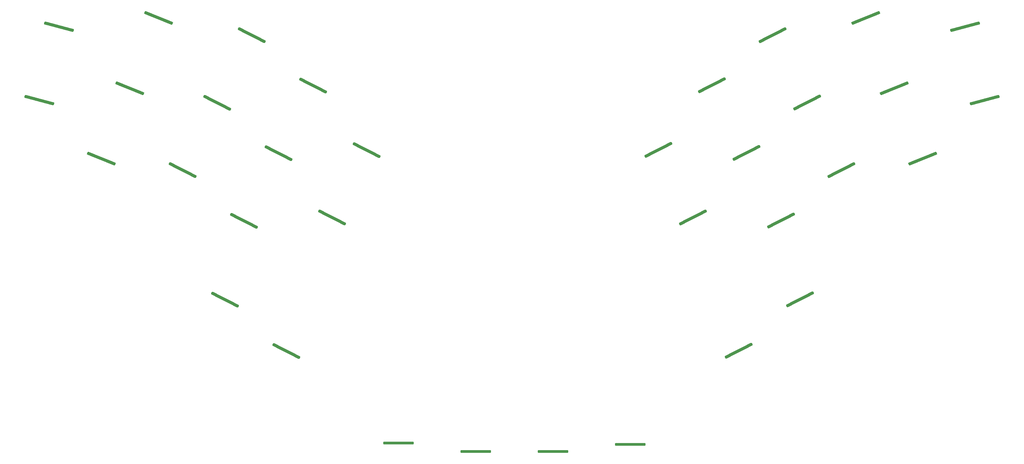
<source format=gbr>
%TF.GenerationSoftware,KiCad,Pcbnew,(6.0.4)*%
%TF.CreationDate,2022-12-04T19:47:34+01:00*%
%TF.ProjectId,BatreeqV2,42617472-6565-4715-9632-2e6b69636164,rev?*%
%TF.SameCoordinates,Original*%
%TF.FileFunction,Paste,Top*%
%TF.FilePolarity,Positive*%
%FSLAX46Y46*%
G04 Gerber Fmt 4.6, Leading zero omitted, Abs format (unit mm)*
G04 Created by KiCad (PCBNEW (6.0.4)) date 2022-12-04 19:47:34*
%MOMM*%
%LPD*%
G01*
G04 APERTURE LIST*
G04 Aperture macros list*
%AMRoundRect*
0 Rectangle with rounded corners*
0 $1 Rounding radius*
0 $2 $3 $4 $5 $6 $7 $8 $9 X,Y pos of 4 corners*
0 Add a 4 corners polygon primitive as box body*
4,1,4,$2,$3,$4,$5,$6,$7,$8,$9,$2,$3,0*
0 Add four circle primitives for the rounded corners*
1,1,$1+$1,$2,$3*
1,1,$1+$1,$4,$5*
1,1,$1+$1,$6,$7*
1,1,$1+$1,$8,$9*
0 Add four rect primitives between the rounded corners*
20,1,$1+$1,$2,$3,$4,$5,0*
20,1,$1+$1,$4,$5,$6,$7,0*
20,1,$1+$1,$6,$7,$8,$9,0*
20,1,$1+$1,$8,$9,$2,$3,0*%
G04 Aperture macros list end*
%ADD10RoundRect,0.189673X-3.546058X0.753800X3.447877X-1.120219X3.546058X-0.753800X-3.447877X1.120219X0*%
%ADD11RoundRect,0.189673X-3.139626X-1.812593X3.311844X1.474595X3.139626X1.812593X-3.311844X-1.474595X0*%
%ADD12RoundRect,0.189673X-3.447877X-1.120219X3.546058X0.753800X3.447877X1.120219X-3.546058X-0.753800X0*%
%ADD13RoundRect,0.189673X-3.311844X1.474595X3.139626X-1.812593X3.311844X-1.474595X-3.139626X1.812593X0*%
%ADD14RoundRect,0.189673X-3.620327X-0.189672X3.620327X-0.189672X3.620327X0.189672X-3.620327X0.189672X0*%
%ADD15RoundRect,0.189673X-3.285656X-1.532059X3.427761X1.180338X3.285656X1.532059X-3.427761X-1.180338X0*%
%ADD16RoundRect,0.189673X-3.427761X1.180338X3.285656X-1.532059X3.427761X-1.180338X-3.285656X1.532059X0*%
G04 APERTURE END LIST*
D10*
%TO.C,SW7*%
X31673162Y-67601881D03*
%TD*%
D11*
%TO.C,SW26*%
X221724814Y-117548847D03*
%TD*%
D12*
%TO.C,SW34*%
X262989787Y-49244648D03*
%TD*%
D11*
%TO.C,SW21*%
X206452146Y-130406946D03*
%TD*%
%TO.C,SW25*%
X208343482Y-80861124D03*
%TD*%
D13*
%TO.C,SW4*%
X84733186Y-51347853D03*
%TD*%
%TO.C,SW8*%
X100081304Y-64012475D03*
%TD*%
D14*
%TO.C,SW22*%
X160048241Y-155595922D03*
%TD*%
%TO.C,SW27*%
X179352243Y-153817923D03*
%TD*%
D15*
%TO.C,SW33*%
X245279920Y-64651245D03*
%TD*%
D13*
%TO.C,SW16*%
X93346823Y-130487424D03*
%TD*%
D11*
%TO.C,SW28*%
X214854821Y-51346469D03*
%TD*%
D13*
%TO.C,SW5*%
X76107370Y-68276977D03*
%TD*%
%TO.C,SW15*%
X82829665Y-97870725D03*
%TD*%
D12*
%TO.C,SW31*%
X267916011Y-67604696D03*
%TD*%
D11*
%TO.C,SW23*%
X232106458Y-85204716D03*
%TD*%
D16*
%TO.C,SW6*%
X47191265Y-82267580D03*
%TD*%
D14*
%TO.C,SW12*%
X121442655Y-153475924D03*
%TD*%
D16*
%TO.C,SW1*%
X61426314Y-47034594D03*
%TD*%
D13*
%TO.C,SW11*%
X78074153Y-117629321D03*
%TD*%
D11*
%TO.C,SW19*%
X194991882Y-96978816D03*
%TD*%
D10*
%TO.C,SW3*%
X36583213Y-49231490D03*
%TD*%
D13*
%TO.C,SW10*%
X67481548Y-85206102D03*
%TD*%
D15*
%TO.C,SW32*%
X238162396Y-47034754D03*
%TD*%
D13*
%TO.C,SW9*%
X91455482Y-80941600D03*
%TD*%
%TO.C,SW13*%
X113432904Y-80130169D03*
%TD*%
D11*
%TO.C,SW18*%
X186366064Y-80049691D03*
%TD*%
%TO.C,SW24*%
X199717667Y-63931999D03*
%TD*%
D14*
%TO.C,SW17*%
X140722653Y-155592615D03*
%TD*%
D11*
%TO.C,SW29*%
X223480641Y-68275595D03*
%TD*%
D15*
%TO.C,SW30*%
X252397445Y-82267740D03*
%TD*%
D16*
%TO.C,SW2*%
X54309079Y-64651495D03*
%TD*%
D11*
%TO.C,SW20*%
X216969302Y-97790250D03*
%TD*%
D13*
%TO.C,SW14*%
X104807083Y-97059291D03*
%TD*%
M02*

</source>
